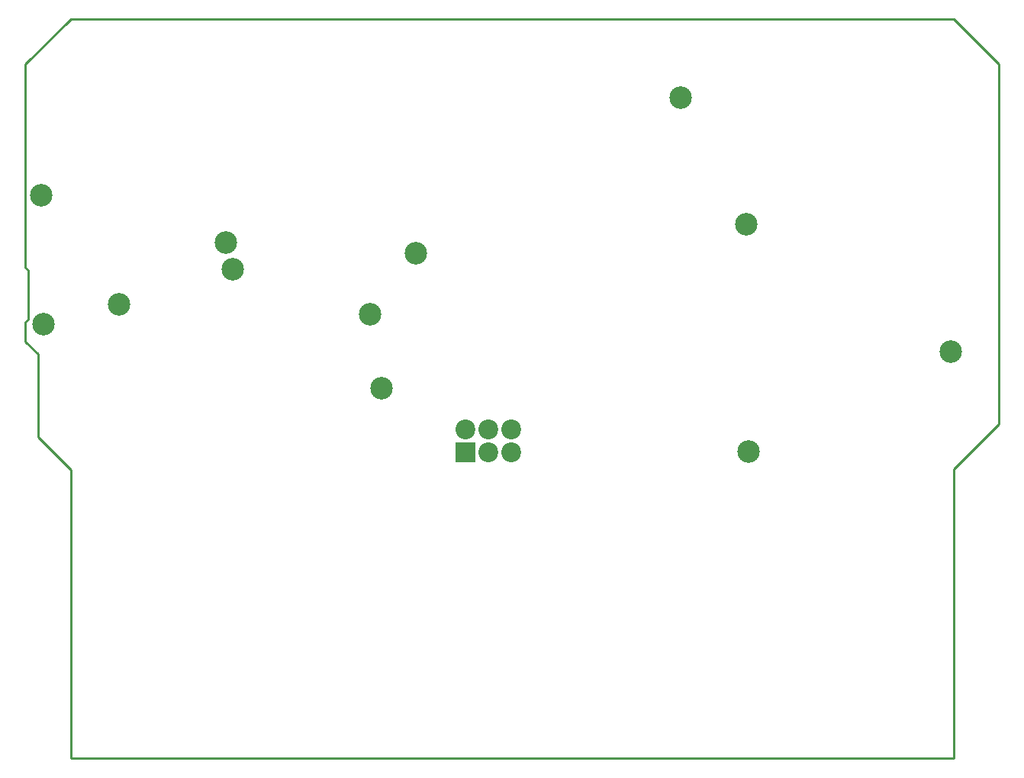
<source format=gbr>
%TF.GenerationSoftware,KiCad,Pcbnew,9.0.7*%
%TF.CreationDate,2026-02-04T16:30:55+00:00*%
%TF.ProjectId,FED3 tester - support,46454433-2074-4657-9374-6572202d2073,rev?*%
%TF.SameCoordinates,PX6146580PY6dc4960*%
%TF.FileFunction,Copper,L2,Bot*%
%TF.FilePolarity,Positive*%
%FSLAX46Y46*%
G04 Gerber Fmt 4.6, Leading zero omitted, Abs format (unit mm)*
G04 Created by KiCad (PCBNEW 9.0.7) date 2026-02-04 16:30:55*
%MOMM*%
%LPD*%
G01*
G04 APERTURE LIST*
%TA.AperFunction,ComponentPad*%
%ADD10C,2.500000*%
%TD*%
%TA.AperFunction,ComponentPad*%
%ADD11R,2.200000X2.200000*%
%TD*%
%TA.AperFunction,ComponentPad*%
%ADD12C,2.200000*%
%TD*%
%TA.AperFunction,Profile*%
%ADD13C,0.250000*%
%TD*%
G04 APERTURE END LIST*
D10*
%TO.P,TP6,1,1*%
%TO.N,/main core/DUT stage/VccRGB*%
X34526100Y41053600D03*
%TD*%
%TO.P,TP3,1,1*%
%TO.N,/main core/DUT stage/+3V3test*%
X17201100Y57228600D03*
%TD*%
%TO.P,TP11,1,1*%
%TO.N,Net-(R49-Pad2)*%
X17976100Y54278600D03*
%TD*%
%TO.P,TP12,1,1*%
%TO.N,/main core/LED_GREEN*%
X33251100Y49278600D03*
%TD*%
%TO.P,TP7,1,1*%
%TO.N,GND*%
X97701100Y45153600D03*
%TD*%
%TO.P,TP10,1,1*%
%TO.N,/main core/LED_CHRG*%
X-3273900Y62503600D03*
%TD*%
%TO.P,TP8,1,1*%
%TO.N,GND*%
X75001100Y59253600D03*
%TD*%
%TO.P,TP9,1,1*%
%TO.N,Net-(R50-Pad2)*%
X-2998900Y48153600D03*
%TD*%
%TO.P,TP4,1,1*%
%TO.N,/main core/DUT stage/VUSBtest*%
X5351100Y50403600D03*
%TD*%
%TO.P,TP2,1,1*%
%TO.N,/main core/DUT stage/VBattest*%
X75201100Y34028600D03*
%TD*%
D11*
%TO.P,J2,1,Pin_1*%
%TO.N,GND*%
X43839050Y33943857D03*
D12*
%TO.P,J2,2,Pin_2*%
%TO.N,/main core/DUT stage/~{RESET}*%
X43839050Y36483857D03*
%TO.P,J2,3,Pin_3*%
%TO.N,/main core/DUT stage/SWDIO*%
X46379050Y33943857D03*
%TO.P,J2,4,Pin_4*%
%TO.N,unconnected-(J2-Pin_4-Pad4)*%
X46379050Y36483857D03*
%TO.P,J2,5,Pin_5*%
%TO.N,/main core/DUT stage/SWCLK*%
X48919050Y33943857D03*
%TO.P,J2,6,Pin_6*%
%TO.N,+3V3*%
X48919050Y36483857D03*
%TD*%
D10*
%TO.P,TP5,1,1*%
%TO.N,GND*%
X67701100Y73328600D03*
%TD*%
%TO.P,TP13,1,1*%
%TO.N,/main core/RED_LED*%
X38276100Y56103600D03*
%TD*%
D13*
X-3600000Y35650000D02*
X-3600000Y44850000D01*
X98000000Y82050000D02*
X103000000Y77050000D01*
X-4720000Y54170000D02*
X-5000000Y54450000D01*
X-5000000Y77050000D02*
X0Y82050000D01*
X-4720000Y48730000D02*
X-4720000Y54170000D01*
X-5000000Y54450000D02*
X-5000000Y77050000D01*
X36000000Y82050000D02*
X62000000Y82050000D01*
X-5000000Y48450000D02*
X-4720000Y48730000D01*
X98000000Y32100000D02*
X98000000Y0D01*
X103000000Y37100000D02*
X98000000Y32100000D01*
X0Y32050000D02*
X-3600000Y35650000D01*
X0Y82050000D02*
X36000000Y82050000D01*
X-5000000Y46250000D02*
X-5000000Y48450000D01*
X103000000Y77050000D02*
X103000000Y37100000D01*
X98000000Y0D02*
X0Y0D01*
X0Y32050000D02*
X0Y0D01*
X-3600000Y44850000D02*
X-5000000Y46250000D01*
X62000000Y82050000D02*
X98000000Y82050000D01*
M02*

</source>
